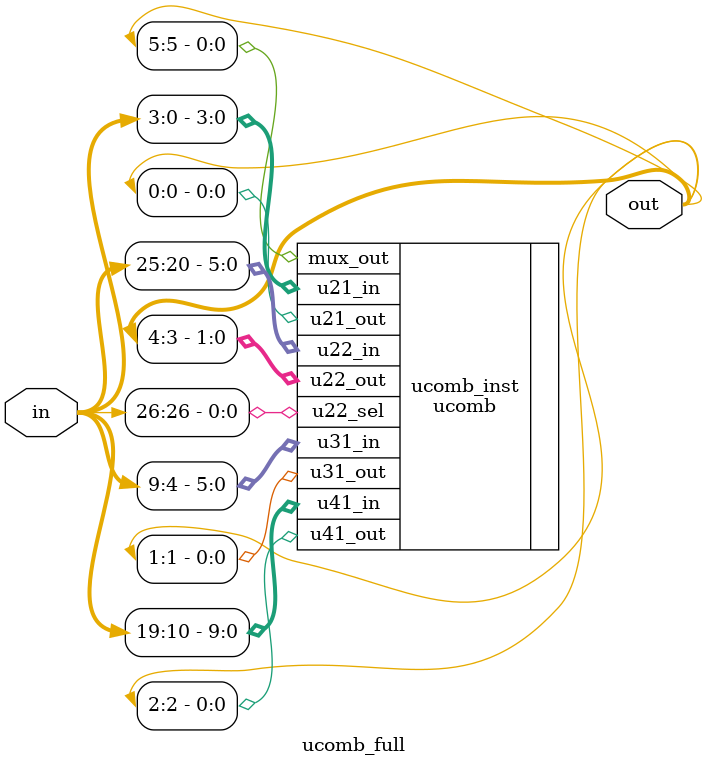
<source format=v>

`default_nettype none

module ucomb_full (
    input [26:0] in,
    output [5:0] out
);

ucomb ucomb_inst (
    .u21_in(in[3:0]),
    .u31_in(in[9:4]),
    .u41_in(in[19:10]),
    .u22_in(in[25:20]),
    .u22_sel(in[26]),
    .u21_out(out[0]),
    .u31_out(out[1]),
    .u41_out(out[2]),
    .u22_out(out[4:3]),
    .mux_out(out[5])
);

endmodule


</source>
